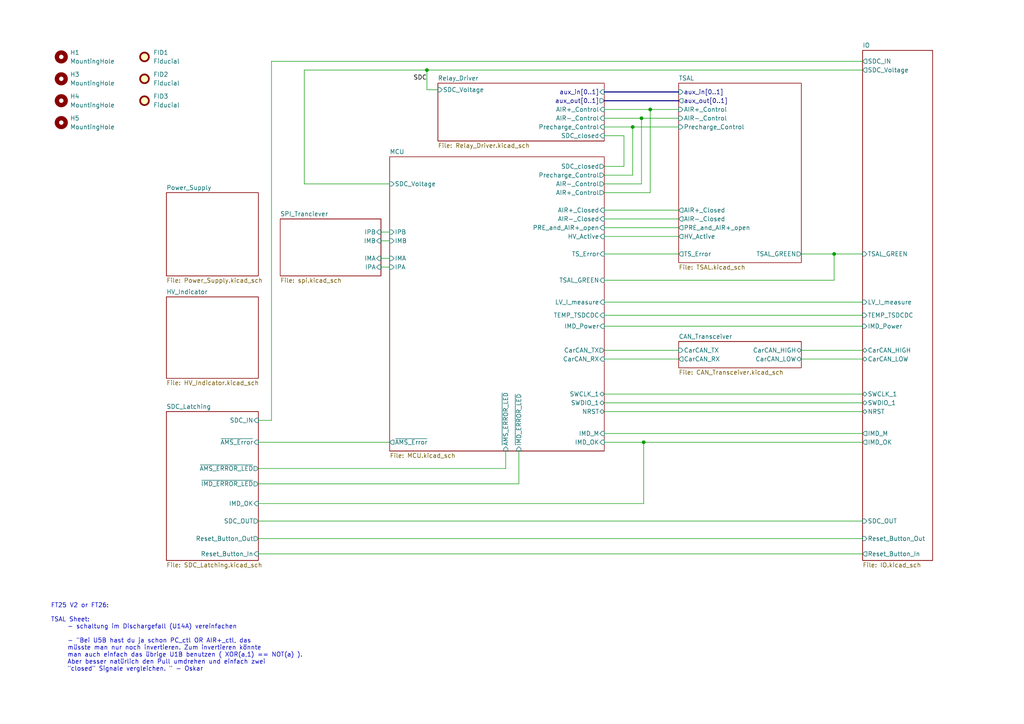
<source format=kicad_sch>
(kicad_sch
	(version 20231120)
	(generator "eeschema")
	(generator_version "8.0")
	(uuid "e63e39d7-6ac0-4ffd-8aa3-1841a4541b55")
	(paper "A4")
	(lib_symbols
		(symbol "Mechanical:Fiducial"
			(exclude_from_sim yes)
			(in_bom no)
			(on_board yes)
			(property "Reference" "FID"
				(at 0 5.08 0)
				(effects
					(font
						(size 1.27 1.27)
					)
				)
			)
			(property "Value" "Fiducial"
				(at 0 3.175 0)
				(effects
					(font
						(size 1.27 1.27)
					)
				)
			)
			(property "Footprint" ""
				(at 0 0 0)
				(effects
					(font
						(size 1.27 1.27)
					)
					(hide yes)
				)
			)
			(property "Datasheet" "~"
				(at 0 0 0)
				(effects
					(font
						(size 1.27 1.27)
					)
					(hide yes)
				)
			)
			(property "Description" "Fiducial Marker"
				(at 0 0 0)
				(effects
					(font
						(size 1.27 1.27)
					)
					(hide yes)
				)
			)
			(property "ki_keywords" "fiducial marker"
				(at 0 0 0)
				(effects
					(font
						(size 1.27 1.27)
					)
					(hide yes)
				)
			)
			(property "ki_fp_filters" "Fiducial*"
				(at 0 0 0)
				(effects
					(font
						(size 1.27 1.27)
					)
					(hide yes)
				)
			)
			(symbol "Fiducial_0_1"
				(circle
					(center 0 0)
					(radius 1.27)
					(stroke
						(width 0.508)
						(type default)
					)
					(fill
						(type background)
					)
				)
			)
		)
		(symbol "Mechanical:MountingHole"
			(pin_names
				(offset 1.016)
			)
			(exclude_from_sim yes)
			(in_bom no)
			(on_board yes)
			(property "Reference" "H"
				(at 0 5.08 0)
				(effects
					(font
						(size 1.27 1.27)
					)
				)
			)
			(property "Value" "MountingHole"
				(at 0 3.175 0)
				(effects
					(font
						(size 1.27 1.27)
					)
				)
			)
			(property "Footprint" ""
				(at 0 0 0)
				(effects
					(font
						(size 1.27 1.27)
					)
					(hide yes)
				)
			)
			(property "Datasheet" "~"
				(at 0 0 0)
				(effects
					(font
						(size 1.27 1.27)
					)
					(hide yes)
				)
			)
			(property "Description" "Mounting Hole without connection"
				(at 0 0 0)
				(effects
					(font
						(size 1.27 1.27)
					)
					(hide yes)
				)
			)
			(property "ki_keywords" "mounting hole"
				(at 0 0 0)
				(effects
					(font
						(size 1.27 1.27)
					)
					(hide yes)
				)
			)
			(property "ki_fp_filters" "MountingHole*"
				(at 0 0 0)
				(effects
					(font
						(size 1.27 1.27)
					)
					(hide yes)
				)
			)
			(symbol "MountingHole_0_1"
				(circle
					(center 0 0)
					(radius 1.27)
					(stroke
						(width 1.27)
						(type default)
					)
					(fill
						(type none)
					)
				)
			)
		)
	)
	(junction
		(at 241.935 73.66)
		(diameter 0)
		(color 0 0 0 0)
		(uuid "0a7f7cff-c29b-4cc6-9d26-e8a073329d15")
	)
	(junction
		(at 123.825 20.32)
		(diameter 0)
		(color 0 0 0 0)
		(uuid "408fafc3-a377-41a0-b7ba-93182cde2895")
	)
	(junction
		(at 186.69 128.27)
		(diameter 0)
		(color 0 0 0 0)
		(uuid "44793ef5-ff1a-4dd7-a42e-e257f8b8042e")
	)
	(junction
		(at 188.595 31.75)
		(diameter 0)
		(color 0 0 0 0)
		(uuid "4978de48-824e-4da0-ad6c-6a4aefa3ff9d")
	)
	(junction
		(at 183.515 36.83)
		(diameter 0)
		(color 0 0 0 0)
		(uuid "7c350bc1-d08e-421e-9df9-7d582d023d7d")
	)
	(junction
		(at 186.055 34.29)
		(diameter 0)
		(color 0 0 0 0)
		(uuid "a1e57cfd-14f7-4329-8eff-f9f55eb71a7d")
	)
	(wire
		(pts
			(xy 180.975 48.26) (xy 180.975 39.37)
		)
		(stroke
			(width 0)
			(type default)
		)
		(uuid "07f9dc8d-c0d0-4dc9-8401-f12e87290517")
	)
	(wire
		(pts
			(xy 188.595 55.88) (xy 188.595 31.75)
		)
		(stroke
			(width 0)
			(type default)
		)
		(uuid "161c37ee-859e-408a-bfc2-59491a96f951")
	)
	(wire
		(pts
			(xy 175.26 36.83) (xy 183.515 36.83)
		)
		(stroke
			(width 0)
			(type default)
		)
		(uuid "1860a00d-f6ff-4922-be20-059a8da73e09")
	)
	(wire
		(pts
			(xy 175.26 94.615) (xy 250.19 94.615)
		)
		(stroke
			(width 0)
			(type default)
		)
		(uuid "18e14012-8379-44ba-bc03-22592befc89a")
	)
	(wire
		(pts
			(xy 175.26 128.27) (xy 186.69 128.27)
		)
		(stroke
			(width 0)
			(type default)
		)
		(uuid "1b75a20a-67f1-4c22-93ad-86624ea64c65")
	)
	(wire
		(pts
			(xy 186.055 34.29) (xy 196.85 34.29)
		)
		(stroke
			(width 0)
			(type default)
		)
		(uuid "1db01ef0-e8ca-4592-b2d3-07fb736a1c26")
	)
	(wire
		(pts
			(xy 110.49 67.31) (xy 113.03 67.31)
		)
		(stroke
			(width 0)
			(type default)
		)
		(uuid "24f82c31-79c3-42d8-ae53-1dfc0417f292")
	)
	(wire
		(pts
			(xy 186.69 128.27) (xy 186.69 146.05)
		)
		(stroke
			(width 0)
			(type default)
		)
		(uuid "30e997bf-188f-4d9b-bd84-fbf9b303fdbc")
	)
	(bus
		(pts
			(xy 175.26 29.21) (xy 196.85 29.21)
		)
		(stroke
			(width 0)
			(type default)
		)
		(uuid "31ffb8c5-4965-42af-9ed5-2cde8d5c615d")
	)
	(wire
		(pts
			(xy 175.26 31.75) (xy 188.595 31.75)
		)
		(stroke
			(width 0)
			(type default)
		)
		(uuid "32c45256-301b-4d4b-9c80-908f3eaa6645")
	)
	(wire
		(pts
			(xy 78.74 17.78) (xy 250.19 17.78)
		)
		(stroke
			(width 0)
			(type default)
		)
		(uuid "39b04c6a-a164-49f1-abea-a3a32285d465")
	)
	(wire
		(pts
			(xy 175.26 81.28) (xy 241.935 81.28)
		)
		(stroke
			(width 0)
			(type default)
		)
		(uuid "3aeadea1-001e-4433-96d3-f973553a40ce")
	)
	(wire
		(pts
			(xy 88.265 53.34) (xy 113.03 53.34)
		)
		(stroke
			(width 0)
			(type default)
		)
		(uuid "43ff35e9-7cd8-4f62-aee2-70328842afeb")
	)
	(wire
		(pts
			(xy 74.93 156.21) (xy 250.19 156.21)
		)
		(stroke
			(width 0)
			(type default)
		)
		(uuid "4c72069e-2911-45fc-ac82-d63dbffe3b04")
	)
	(wire
		(pts
			(xy 183.515 36.83) (xy 183.515 50.8)
		)
		(stroke
			(width 0)
			(type default)
		)
		(uuid "4ec701c3-5b60-44fd-aa98-394de6f7caab")
	)
	(wire
		(pts
			(xy 188.595 31.75) (xy 196.85 31.75)
		)
		(stroke
			(width 0)
			(type default)
		)
		(uuid "51e28119-6df5-4157-ad5a-a917e8c3b6f3")
	)
	(wire
		(pts
			(xy 232.41 104.14) (xy 250.19 104.14)
		)
		(stroke
			(width 0)
			(type default)
		)
		(uuid "52f50848-80d1-428f-ab45-bb31bf0b1bf9")
	)
	(wire
		(pts
			(xy 110.49 77.47) (xy 113.03 77.47)
		)
		(stroke
			(width 0)
			(type default)
		)
		(uuid "54692d45-1676-44b5-883b-2bc41b0fdb8c")
	)
	(wire
		(pts
			(xy 74.93 140.335) (xy 150.495 140.335)
		)
		(stroke
			(width 0)
			(type default)
		)
		(uuid "56636031-e736-471a-aef1-0ac263156ba7")
	)
	(wire
		(pts
			(xy 175.26 73.66) (xy 196.85 73.66)
		)
		(stroke
			(width 0)
			(type default)
		)
		(uuid "59c97f32-e3dc-44cd-97bd-a21f9f2761ed")
	)
	(wire
		(pts
			(xy 175.26 50.8) (xy 183.515 50.8)
		)
		(stroke
			(width 0)
			(type default)
		)
		(uuid "619d8902-06d2-4923-bb65-cfa8d092be87")
	)
	(wire
		(pts
			(xy 74.93 128.27) (xy 113.03 128.27)
		)
		(stroke
			(width 0)
			(type default)
		)
		(uuid "6d2f0521-9da9-4af2-a499-d52735120f75")
	)
	(wire
		(pts
			(xy 110.49 69.85) (xy 113.03 69.85)
		)
		(stroke
			(width 0)
			(type default)
		)
		(uuid "6f739289-0d73-4828-8ed9-0bb5278b8b5b")
	)
	(wire
		(pts
			(xy 150.495 130.81) (xy 150.495 140.335)
		)
		(stroke
			(width 0)
			(type default)
		)
		(uuid "6f995fe1-0166-4ccb-ab08-e9ce4b1480ae")
	)
	(wire
		(pts
			(xy 175.26 114.3) (xy 250.19 114.3)
		)
		(stroke
			(width 0)
			(type default)
		)
		(uuid "72de219e-ea5c-4118-91e1-aa7450812977")
	)
	(wire
		(pts
			(xy 175.26 119.38) (xy 250.19 119.38)
		)
		(stroke
			(width 0)
			(type default)
		)
		(uuid "750042e4-ec72-4b72-a7a1-170d65b6a550")
	)
	(wire
		(pts
			(xy 74.93 121.92) (xy 78.74 121.92)
		)
		(stroke
			(width 0)
			(type default)
		)
		(uuid "78a24785-3b42-46fa-9caf-3fc007c85f2c")
	)
	(wire
		(pts
			(xy 241.935 73.66) (xy 250.19 73.66)
		)
		(stroke
			(width 0)
			(type default)
		)
		(uuid "79c4682b-6f04-465e-bf87-1364ab0de3e5")
	)
	(wire
		(pts
			(xy 241.935 73.66) (xy 241.935 81.28)
		)
		(stroke
			(width 0)
			(type default)
		)
		(uuid "7bf839f6-fe27-416f-b4fb-8b45d66e9c7a")
	)
	(wire
		(pts
			(xy 175.26 53.34) (xy 186.055 53.34)
		)
		(stroke
			(width 0)
			(type default)
		)
		(uuid "7eae9a3b-04d0-4025-90cb-4b284bd379ef")
	)
	(wire
		(pts
			(xy 123.825 26.035) (xy 127 26.035)
		)
		(stroke
			(width 0)
			(type default)
		)
		(uuid "7fe8261e-9374-4542-8746-31b48c970009")
	)
	(wire
		(pts
			(xy 88.265 20.32) (xy 88.265 53.34)
		)
		(stroke
			(width 0)
			(type default)
		)
		(uuid "86c8f75c-d22e-41f4-9b54-7366753afa46")
	)
	(wire
		(pts
			(xy 175.26 66.04) (xy 196.85 66.04)
		)
		(stroke
			(width 0)
			(type default)
		)
		(uuid "879ccb09-3504-4864-9c31-833d63a283d6")
	)
	(wire
		(pts
			(xy 175.26 34.29) (xy 186.055 34.29)
		)
		(stroke
			(width 0)
			(type default)
		)
		(uuid "8893e1cb-365b-4c9c-a85e-2244f030fd1e")
	)
	(wire
		(pts
			(xy 110.49 74.93) (xy 113.03 74.93)
		)
		(stroke
			(width 0)
			(type default)
		)
		(uuid "8b1d64f7-3258-49b4-92aa-93c8541190ba")
	)
	(wire
		(pts
			(xy 232.41 73.66) (xy 241.935 73.66)
		)
		(stroke
			(width 0)
			(type default)
		)
		(uuid "8f2e9e26-e3f1-440c-a826-c9d96000f0ea")
	)
	(wire
		(pts
			(xy 186.69 128.27) (xy 250.19 128.27)
		)
		(stroke
			(width 0)
			(type default)
		)
		(uuid "970ec349-aa6c-4058-9a8a-06f8b0ada789")
	)
	(wire
		(pts
			(xy 123.825 20.32) (xy 123.825 26.035)
		)
		(stroke
			(width 0)
			(type default)
		)
		(uuid "9eaca443-67c5-43d3-a2cb-8dc2134d743d")
	)
	(wire
		(pts
			(xy 175.26 87.63) (xy 250.19 87.63)
		)
		(stroke
			(width 0)
			(type default)
		)
		(uuid "a07ba9bc-6ee6-4356-918f-f47ec7cc369e")
	)
	(wire
		(pts
			(xy 74.93 160.655) (xy 250.19 160.655)
		)
		(stroke
			(width 0)
			(type default)
		)
		(uuid "a14d2587-5011-4932-895b-968b85fb9c29")
	)
	(wire
		(pts
			(xy 175.26 125.73) (xy 250.19 125.73)
		)
		(stroke
			(width 0)
			(type default)
		)
		(uuid "a268a543-1d94-4c7d-9e93-681aa6017876")
	)
	(wire
		(pts
			(xy 175.26 68.58) (xy 196.85 68.58)
		)
		(stroke
			(width 0)
			(type default)
		)
		(uuid "b509a92c-b91c-4e42-b9e3-f73c6491975d")
	)
	(wire
		(pts
			(xy 175.26 101.6) (xy 196.85 101.6)
		)
		(stroke
			(width 0)
			(type default)
		)
		(uuid "bbd9a530-d966-44db-b792-6b8364074399")
	)
	(wire
		(pts
			(xy 183.515 36.83) (xy 196.85 36.83)
		)
		(stroke
			(width 0)
			(type default)
		)
		(uuid "bd7c142b-1b4a-4e3e-891a-2fc7994c4031")
	)
	(wire
		(pts
			(xy 180.975 39.37) (xy 175.26 39.37)
		)
		(stroke
			(width 0)
			(type default)
		)
		(uuid "c4a85f6c-5ba7-40d8-af18-4a31720497a2")
	)
	(wire
		(pts
			(xy 175.26 116.84) (xy 250.19 116.84)
		)
		(stroke
			(width 0)
			(type default)
		)
		(uuid "c7fe1963-cd78-4101-8ef6-6dcc644a8e7d")
	)
	(wire
		(pts
			(xy 175.26 91.44) (xy 250.19 91.44)
		)
		(stroke
			(width 0)
			(type default)
		)
		(uuid "cca14e52-daa2-472f-b950-9a1276c72fee")
	)
	(bus
		(pts
			(xy 175.26 26.67) (xy 196.85 26.67)
		)
		(stroke
			(width 0)
			(type default)
		)
		(uuid "cea651cf-4b09-4040-866b-09f29baccde7")
	)
	(wire
		(pts
			(xy 74.93 151.13) (xy 250.19 151.13)
		)
		(stroke
			(width 0)
			(type default)
		)
		(uuid "d0c6c499-7a00-48b4-bd4b-891bbdb16994")
	)
	(wire
		(pts
			(xy 146.685 135.89) (xy 146.685 130.81)
		)
		(stroke
			(width 0)
			(type default)
		)
		(uuid "d316bfb3-2c73-4ff1-84e3-75c482cbfaa2")
	)
	(wire
		(pts
			(xy 175.26 104.14) (xy 196.85 104.14)
		)
		(stroke
			(width 0)
			(type default)
		)
		(uuid "d53b8b6f-dec9-4a34-9e59-6fc2f5bafc6c")
	)
	(wire
		(pts
			(xy 175.26 63.5) (xy 196.85 63.5)
		)
		(stroke
			(width 0)
			(type default)
		)
		(uuid "d88aee4c-fb2b-496d-98dc-785013c70a8c")
	)
	(wire
		(pts
			(xy 180.975 48.26) (xy 175.26 48.26)
		)
		(stroke
			(width 0)
			(type default)
		)
		(uuid "df7a4fb7-c0df-4747-a51c-5b6d57141fc8")
	)
	(wire
		(pts
			(xy 74.93 135.89) (xy 146.685 135.89)
		)
		(stroke
			(width 0)
			(type default)
		)
		(uuid "e0757bcb-e970-4f03-94f2-6301484ac229")
	)
	(wire
		(pts
			(xy 123.825 20.32) (xy 250.19 20.32)
		)
		(stroke
			(width 0)
			(type default)
		)
		(uuid "e4022d97-9262-4b9e-8880-03a4afd73d19")
	)
	(wire
		(pts
			(xy 74.93 146.05) (xy 186.69 146.05)
		)
		(stroke
			(width 0)
			(type default)
		)
		(uuid "ea203829-7c79-4d55-8c55-d3d8ecb641ef")
	)
	(wire
		(pts
			(xy 88.265 20.32) (xy 123.825 20.32)
		)
		(stroke
			(width 0)
			(type default)
		)
		(uuid "ec66eea5-ae96-4bf7-93db-2f86111f3986")
	)
	(wire
		(pts
			(xy 78.74 17.78) (xy 78.74 121.92)
		)
		(stroke
			(width 0)
			(type default)
		)
		(uuid "ef04e179-1035-430f-b8a3-37f6edb09c73")
	)
	(wire
		(pts
			(xy 232.41 101.6) (xy 250.19 101.6)
		)
		(stroke
			(width 0)
			(type default)
		)
		(uuid "f4eb62d3-6998-4510-806f-341547b3745d")
	)
	(wire
		(pts
			(xy 186.055 34.29) (xy 186.055 53.34)
		)
		(stroke
			(width 0)
			(type default)
		)
		(uuid "f883506b-40b7-4a33-8b08-87bb566721c7")
	)
	(wire
		(pts
			(xy 175.26 60.96) (xy 196.85 60.96)
		)
		(stroke
			(width 0)
			(type default)
		)
		(uuid "f9d34e50-92ea-47a4-8b48-a188792d1fba")
	)
	(wire
		(pts
			(xy 175.26 55.88) (xy 188.595 55.88)
		)
		(stroke
			(width 0)
			(type default)
		)
		(uuid "fa484b90-07b7-4a9e-9fea-6e2a33d9559c")
	)
	(text "FT25 V2 or FT26:\n\nTSAL Sheet:\n	- schaltung im Dischargefall (U14A) vereinfachen\n\n	- \"Bei U5B hast du ja schon PC_ctl OR AIR+_ctl, das \n	müsste man nur noch invertieren. Zum invertieren könnte \n	man auch einfach das übrige U1B benutzen ( XOR(a,1) == NOT(a) ). \n	Aber besser natürlich den Pull umdrehen und einfach zwei \n	\"closed\" Signale vergleichen. \" - Oskar\n"
		(exclude_from_sim no)
		(at 14.732 184.912 0)
		(effects
			(font
				(size 1.27 1.27)
			)
			(justify left)
		)
		(uuid "df97c53b-6249-4d51-9685-93861332380e")
	)
	(label "SDC"
		(at 123.825 23.495 180)
		(fields_autoplaced yes)
		(effects
			(font
				(size 1.27 1.27)
				(color 0 0 0 1)
			)
			(justify right bottom)
		)
		(uuid "5a0c03f1-96bf-4aa0-a982-95eb41ebc984")
		(property "Netclass" "Relay"
			(at 123.825 24.765 0)
			(effects
				(font
					(size 1.27 1.27)
					(bold yes)
					(italic yes)
				)
				(justify right)
				(hide yes)
			)
		)
	)
	(symbol
		(lib_id "Mechanical:MountingHole")
		(at 17.78 16.51 0)
		(unit 1)
		(exclude_from_sim yes)
		(in_bom no)
		(on_board yes)
		(dnp no)
		(fields_autoplaced yes)
		(uuid "0a967dcf-cf87-4b53-bafc-12025984e67b")
		(property "Reference" "H1"
			(at 20.32 15.2399 0)
			(effects
				(font
					(size 1.27 1.27)
				)
				(justify left)
			)
		)
		(property "Value" "MountingHole"
			(at 20.32 17.7799 0)
			(effects
				(font
					(size 1.27 1.27)
				)
				(justify left)
			)
		)
		(property "Footprint" "MountingHole:MountingHole_3.2mm_M3"
			(at 17.78 16.51 0)
			(effects
				(font
					(size 1.27 1.27)
				)
				(hide yes)
			)
		)
		(property "Datasheet" "~"
			(at 17.78 16.51 0)
			(effects
				(font
					(size 1.27 1.27)
				)
				(hide yes)
			)
		)
		(property "Description" "Mounting Hole without connection"
			(at 17.78 16.51 0)
			(effects
				(font
					(size 1.27 1.27)
				)
				(hide yes)
			)
		)
		(property "Sim.Device" ""
			(at 17.78 16.51 0)
			(effects
				(font
					(size 1.27 1.27)
				)
				(hide yes)
			)
		)
		(property "Sim.Pins" ""
			(at 17.78 16.51 0)
			(effects
				(font
					(size 1.27 1.27)
				)
				(hide yes)
			)
		)
		(property "Sim.Type" ""
			(at 17.78 16.51 0)
			(effects
				(font
					(size 1.27 1.27)
				)
				(hide yes)
			)
		)
		(instances
			(project "Master_FT25"
				(path "/e63e39d7-6ac0-4ffd-8aa3-1841a4541b55"
					(reference "H1")
					(unit 1)
				)
			)
		)
	)
	(symbol
		(lib_id "Mechanical:MountingHole")
		(at 17.78 35.56 0)
		(unit 1)
		(exclude_from_sim yes)
		(in_bom no)
		(on_board yes)
		(dnp no)
		(fields_autoplaced yes)
		(uuid "0b072f1d-7d2e-416a-a533-7e5d8d8d6b40")
		(property "Reference" "H5"
			(at 20.32 34.2899 0)
			(effects
				(font
					(size 1.27 1.27)
				)
				(justify left)
			)
		)
		(property "Value" "MountingHole"
			(at 20.32 36.8299 0)
			(effects
				(font
					(size 1.27 1.27)
				)
				(justify left)
			)
		)
		(property "Footprint" "MountingHole:MountingHole_3.2mm_M3"
			(at 17.78 35.56 0)
			(effects
				(font
					(size 1.27 1.27)
				)
				(hide yes)
			)
		)
		(property "Datasheet" "~"
			(at 17.78 35.56 0)
			(effects
				(font
					(size 1.27 1.27)
				)
				(hide yes)
			)
		)
		(property "Description" "Mounting Hole without connection"
			(at 17.78 35.56 0)
			(effects
				(font
					(size 1.27 1.27)
				)
				(hide yes)
			)
		)
		(property "Sim.Device" ""
			(at 17.78 35.56 0)
			(effects
				(font
					(size 1.27 1.27)
				)
				(hide yes)
			)
		)
		(property "Sim.Pins" ""
			(at 17.78 35.56 0)
			(effects
				(font
					(size 1.27 1.27)
				)
				(hide yes)
			)
		)
		(property "Sim.Type" ""
			(at 17.78 35.56 0)
			(effects
				(font
					(size 1.27 1.27)
				)
				(hide yes)
			)
		)
		(instances
			(project "Master_FT25"
				(path "/e63e39d7-6ac0-4ffd-8aa3-1841a4541b55"
					(reference "H5")
					(unit 1)
				)
			)
		)
	)
	(symbol
		(lib_id "Mechanical:Fiducial")
		(at 41.91 29.21 0)
		(unit 1)
		(exclude_from_sim yes)
		(in_bom no)
		(on_board yes)
		(dnp no)
		(fields_autoplaced yes)
		(uuid "20cdaa43-65c8-4542-a3d9-8381e50d7078")
		(property "Reference" "FID3"
			(at 44.45 27.9399 0)
			(effects
				(font
					(size 1.27 1.27)
				)
				(justify left)
			)
		)
		(property "Value" "Fiducial"
			(at 44.45 30.4799 0)
			(effects
				(font
					(size 1.27 1.27)
				)
				(justify left)
			)
		)
		(property "Footprint" "Fiducial:Fiducial_1mm_Mask2mm"
			(at 41.91 29.21 0)
			(effects
				(font
					(size 1.27 1.27)
				)
				(hide yes)
			)
		)
		(property "Datasheet" "~"
			(at 41.91 29.21 0)
			(effects
				(font
					(size 1.27 1.27)
				)
				(hide yes)
			)
		)
		(property "Description" "Fiducial Marker"
			(at 41.91 29.21 0)
			(effects
				(font
					(size 1.27 1.27)
				)
				(hide yes)
			)
		)
		(property "Sim.Device" ""
			(at 41.91 29.21 0)
			(effects
				(font
					(size 1.27 1.27)
				)
				(hide yes)
			)
		)
		(property "Sim.Pins" ""
			(at 41.91 29.21 0)
			(effects
				(font
					(size 1.27 1.27)
				)
				(hide yes)
			)
		)
		(property "Sim.Type" ""
			(at 41.91 29.21 0)
			(effects
				(font
					(size 1.27 1.27)
				)
				(hide yes)
			)
		)
		(instances
			(project "Master_FT25"
				(path "/e63e39d7-6ac0-4ffd-8aa3-1841a4541b55"
					(reference "FID3")
					(unit 1)
				)
			)
		)
	)
	(symbol
		(lib_id "Mechanical:Fiducial")
		(at 41.91 16.51 0)
		(unit 1)
		(exclude_from_sim yes)
		(in_bom no)
		(on_board yes)
		(dnp no)
		(fields_autoplaced yes)
		(uuid "45741e40-abdc-4d50-b317-939a5201ace5")
		(property "Reference" "FID1"
			(at 44.45 15.2399 0)
			(effects
				(font
					(size 1.27 1.27)
				)
				(justify left)
			)
		)
		(property "Value" "Fiducial"
			(at 44.45 17.7799 0)
			(effects
				(font
					(size 1.27 1.27)
				)
				(justify left)
			)
		)
		(property "Footprint" "Fiducial:Fiducial_1mm_Mask2mm"
			(at 41.91 16.51 0)
			(effects
				(font
					(size 1.27 1.27)
				)
				(hide yes)
			)
		)
		(property "Datasheet" "~"
			(at 41.91 16.51 0)
			(effects
				(font
					(size 1.27 1.27)
				)
				(hide yes)
			)
		)
		(property "Description" "Fiducial Marker"
			(at 41.91 16.51 0)
			(effects
				(font
					(size 1.27 1.27)
				)
				(hide yes)
			)
		)
		(property "Sim.Device" ""
			(at 41.91 16.51 0)
			(effects
				(font
					(size 1.27 1.27)
				)
				(hide yes)
			)
		)
		(property "Sim.Pins" ""
			(at 41.91 16.51 0)
			(effects
				(font
					(size 1.27 1.27)
				)
				(hide yes)
			)
		)
		(property "Sim.Type" ""
			(at 41.91 16.51 0)
			(effects
				(font
					(size 1.27 1.27)
				)
				(hide yes)
			)
		)
		(instances
			(project "Master_FT25"
				(path "/e63e39d7-6ac0-4ffd-8aa3-1841a4541b55"
					(reference "FID1")
					(unit 1)
				)
			)
		)
	)
	(symbol
		(lib_id "Mechanical:MountingHole")
		(at 17.78 29.21 0)
		(unit 1)
		(exclude_from_sim yes)
		(in_bom no)
		(on_board yes)
		(dnp no)
		(fields_autoplaced yes)
		(uuid "6301e002-599c-4024-b369-a435c3498b7e")
		(property "Reference" "H4"
			(at 20.32 27.9399 0)
			(effects
				(font
					(size 1.27 1.27)
				)
				(justify left)
			)
		)
		(property "Value" "MountingHole"
			(at 20.32 30.4799 0)
			(effects
				(font
					(size 1.27 1.27)
				)
				(justify left)
			)
		)
		(property "Footprint" "MountingHole:MountingHole_3.2mm_M3"
			(at 17.78 29.21 0)
			(effects
				(font
					(size 1.27 1.27)
				)
				(hide yes)
			)
		)
		(property "Datasheet" "~"
			(at 17.78 29.21 0)
			(effects
				(font
					(size 1.27 1.27)
				)
				(hide yes)
			)
		)
		(property "Description" "Mounting Hole without connection"
			(at 17.78 29.21 0)
			(effects
				(font
					(size 1.27 1.27)
				)
				(hide yes)
			)
		)
		(property "Sim.Device" ""
			(at 17.78 29.21 0)
			(effects
				(font
					(size 1.27 1.27)
				)
				(hide yes)
			)
		)
		(property "Sim.Pins" ""
			(at 17.78 29.21 0)
			(effects
				(font
					(size 1.27 1.27)
				)
				(hide yes)
			)
		)
		(property "Sim.Type" ""
			(at 17.78 29.21 0)
			(effects
				(font
					(size 1.27 1.27)
				)
				(hide yes)
			)
		)
		(instances
			(project "Master_FT25"
				(path "/e63e39d7-6ac0-4ffd-8aa3-1841a4541b55"
					(reference "H4")
					(unit 1)
				)
			)
		)
	)
	(symbol
		(lib_id "Mechanical:Fiducial")
		(at 41.91 22.86 0)
		(unit 1)
		(exclude_from_sim yes)
		(in_bom no)
		(on_board yes)
		(dnp no)
		(fields_autoplaced yes)
		(uuid "b3151b57-7e28-4545-b8a5-8cfdf967461d")
		(property "Reference" "FID2"
			(at 44.45 21.5899 0)
			(effects
				(font
					(size 1.27 1.27)
				)
				(justify left)
			)
		)
		(property "Value" "Fiducial"
			(at 44.45 24.1299 0)
			(effects
				(font
					(size 1.27 1.27)
				)
				(justify left)
			)
		)
		(property "Footprint" "Fiducial:Fiducial_1mm_Mask2mm"
			(at 41.91 22.86 0)
			(effects
				(font
					(size 1.27 1.27)
				)
				(hide yes)
			)
		)
		(property "Datasheet" "~"
			(at 41.91 22.86 0)
			(effects
				(font
					(size 1.27 1.27)
				)
				(hide yes)
			)
		)
		(property "Description" "Fiducial Marker"
			(at 41.91 22.86 0)
			(effects
				(font
					(size 1.27 1.27)
				)
				(hide yes)
			)
		)
		(property "Sim.Device" ""
			(at 41.91 22.86 0)
			(effects
				(font
					(size 1.27 1.27)
				)
				(hide yes)
			)
		)
		(property "Sim.Pins" ""
			(at 41.91 22.86 0)
			(effects
				(font
					(size 1.27 1.27)
				)
				(hide yes)
			)
		)
		(property "Sim.Type" ""
			(at 41.91 22.86 0)
			(effects
				(font
					(size 1.27 1.27)
				)
				(hide yes)
			)
		)
		(instances
			(project "Master_FT25"
				(path "/e63e39d7-6ac0-4ffd-8aa3-1841a4541b55"
					(reference "FID2")
					(unit 1)
				)
			)
		)
	)
	(symbol
		(lib_id "Mechanical:MountingHole")
		(at 17.78 22.86 0)
		(unit 1)
		(exclude_from_sim yes)
		(in_bom no)
		(on_board yes)
		(dnp no)
		(fields_autoplaced yes)
		(uuid "d1527598-7f4d-46c2-9d81-1aa748b9fa8d")
		(property "Reference" "H3"
			(at 20.32 21.5899 0)
			(effects
				(font
					(size 1.27 1.27)
				)
				(justify left)
			)
		)
		(property "Value" "MountingHole"
			(at 20.32 24.1299 0)
			(effects
				(font
					(size 1.27 1.27)
				)
				(justify left)
			)
		)
		(property "Footprint" "MountingHole:MountingHole_3.2mm_M3"
			(at 17.78 22.86 0)
			(effects
				(font
					(size 1.27 1.27)
				)
				(hide yes)
			)
		)
		(property "Datasheet" "~"
			(at 17.78 22.86 0)
			(effects
				(font
					(size 1.27 1.27)
				)
				(hide yes)
			)
		)
		(property "Description" "Mounting Hole without connection"
			(at 17.78 22.86 0)
			(effects
				(font
					(size 1.27 1.27)
				)
				(hide yes)
			)
		)
		(property "Sim.Device" ""
			(at 17.78 22.86 0)
			(effects
				(font
					(size 1.27 1.27)
				)
				(hide yes)
			)
		)
		(property "Sim.Pins" ""
			(at 17.78 22.86 0)
			(effects
				(font
					(size 1.27 1.27)
				)
				(hide yes)
			)
		)
		(property "Sim.Type" ""
			(at 17.78 22.86 0)
			(effects
				(font
					(size 1.27 1.27)
				)
				(hide yes)
			)
		)
		(instances
			(project "Master_FT25"
				(path "/e63e39d7-6ac0-4ffd-8aa3-1841a4541b55"
					(reference "H3")
					(unit 1)
				)
			)
		)
	)
	(sheet
		(at 48.26 119.38)
		(size 26.67 43.18)
		(fields_autoplaced yes)
		(stroke
			(width 0.1524)
			(type solid)
		)
		(fill
			(color 0 0 0 0.0000)
		)
		(uuid "1faf3ef0-baac-46e1-a293-a43d671ef048")
		(property "Sheetname" "SDC_Latching"
			(at 48.26 118.6684 0)
			(effects
				(font
					(size 1.27 1.27)
				)
				(justify left bottom)
			)
		)
		(property "Sheetfile" "SDC_Latching.kicad_sch"
			(at 48.26 163.1446 0)
			(effects
				(font
					(size 1.27 1.27)
				)
				(justify left top)
			)
		)
		(pin "Reset_Button_In" input
			(at 74.93 160.655 0)
			(effects
				(font
					(size 1.27 1.27)
				)
				(justify right)
			)
			(uuid "d29d350b-902b-4201-b78d-3987c1d43101")
		)
		(pin "Reset_Button_Out" output
			(at 74.93 156.21 0)
			(effects
				(font
					(size 1.27 1.27)
				)
				(justify right)
			)
			(uuid "b3467c47-149f-4dd6-96a3-1425c5e65cd6")
		)
		(pin "SDC_OUT" output
			(at 74.93 151.13 0)
			(effects
				(font
					(size 1.27 1.27)
				)
				(justify right)
			)
			(uuid "04195bc4-f957-489b-8e05-747e1a2601f4")
		)
		(pin "SDC_IN" input
			(at 74.93 121.92 0)
			(effects
				(font
					(size 1.27 1.27)
				)
				(justify right)
			)
			(uuid "92e1de3b-0808-4574-9811-f75c22fccddf")
		)
		(pin "~{AMS_Error}" input
			(at 74.93 128.27 0)
			(effects
				(font
					(size 1.27 1.27)
				)
				(justify right)
			)
			(uuid "d4f4818d-c3c7-4eeb-9c52-aad858d58f30")
		)
		(pin "IMD_OK" input
			(at 74.93 146.05 0)
			(effects
				(font
					(size 1.27 1.27)
				)
				(justify right)
			)
			(uuid "44e26c19-37fa-4e80-adb7-6f8f90521f09")
		)
		(pin "~{AMS_ERROR_LED}" output
			(at 74.93 135.89 0)
			(effects
				(font
					(size 1.27 1.27)
				)
				(justify right)
			)
			(uuid "db873ff3-3fa6-46f9-acf2-1776292c3326")
		)
		(pin "~{IMD_ERROR_LED}" output
			(at 74.93 140.335 0)
			(effects
				(font
					(size 1.27 1.27)
				)
				(justify right)
			)
			(uuid "1e0ea0b3-c0a4-42d3-b88d-ab6314267023")
		)
		(instances
			(project "Master_FT25"
				(path "/e63e39d7-6ac0-4ffd-8aa3-1841a4541b55"
					(page "10")
				)
			)
		)
	)
	(sheet
		(at 48.26 55.88)
		(size 26.67 24.13)
		(fields_autoplaced yes)
		(stroke
			(width 0.1524)
			(type solid)
		)
		(fill
			(color 0 0 0 0.0000)
		)
		(uuid "22dc17c4-8352-43f2-bb65-d704323b2333")
		(property "Sheetname" "Power_Supply"
			(at 48.26 55.1684 0)
			(effects
				(font
					(size 1.27 1.27)
				)
				(justify left bottom)
			)
		)
		(property "Sheetfile" "Power_Supply.kicad_sch"
			(at 48.26 80.5946 0)
			(effects
				(font
					(size 1.27 1.27)
				)
				(justify left top)
			)
		)
		(instances
			(project "Master_FT25"
				(path "/e63e39d7-6ac0-4ffd-8aa3-1841a4541b55"
					(page "8")
				)
			)
		)
	)
	(sheet
		(at 196.85 24.13)
		(size 35.56 52.07)
		(fields_autoplaced yes)
		(stroke
			(width 0.1524)
			(type solid)
		)
		(fill
			(color 0 0 0 0.0000)
		)
		(uuid "5ce1aa0c-f98f-4b94-80bd-f188cf4c57de")
		(property "Sheetname" "TSAL"
			(at 196.85 23.4184 0)
			(effects
				(font
					(size 1.27 1.27)
				)
				(justify left bottom)
			)
		)
		(property "Sheetfile" "TSAL.kicad_sch"
			(at 196.85 76.7846 0)
			(effects
				(font
					(size 1.27 1.27)
				)
				(justify left top)
			)
		)
		(pin "AIR-_Closed" output
			(at 196.85 63.5 180)
			(effects
				(font
					(size 1.27 1.27)
				)
				(justify left)
			)
			(uuid "7f4f978d-1e5d-4a43-b1bf-c4fa7649bd7e")
		)
		(pin "AIR-_Control" input
			(at 196.85 34.29 180)
			(effects
				(font
					(size 1.27 1.27)
				)
				(justify left)
			)
			(uuid "14206ec6-7d56-4612-a521-5201573867ec")
		)
		(pin "AIR+_Control" input
			(at 196.85 31.75 180)
			(effects
				(font
					(size 1.27 1.27)
				)
				(justify left)
			)
			(uuid "97639659-6003-4e23-b4ab-f30326d3a9e4")
		)
		(pin "AIR+_Closed" output
			(at 196.85 60.96 180)
			(effects
				(font
					(size 1.27 1.27)
				)
				(justify left)
			)
			(uuid "6395d9db-d4bc-4c2e-9617-d5b2bf2defa3")
		)
		(pin "HV_Active" output
			(at 196.85 68.58 180)
			(effects
				(font
					(size 1.27 1.27)
				)
				(justify left)
			)
			(uuid "9bc0c846-6b29-4e4d-a0d2-1bffadd4b174")
		)
		(pin "TS_Error" output
			(at 196.85 73.66 180)
			(effects
				(font
					(size 1.27 1.27)
				)
				(justify left)
			)
			(uuid "2448d2bd-f095-4512-bdbb-8c68f77aacaa")
		)
		(pin "Precharge_Control" input
			(at 196.85 36.83 180)
			(effects
				(font
					(size 1.27 1.27)
				)
				(justify left)
			)
			(uuid "1df4d53f-ddfd-42ee-ba3c-fb3c93ade126")
		)
		(pin "TSAL_GREEN" output
			(at 232.41 73.66 0)
			(effects
				(font
					(size 1.27 1.27)
				)
				(justify right)
			)
			(uuid "a160ed03-0ccc-4e23-a6c8-c4e67a7fba77")
		)
		(pin "aux_out[0..1]" output
			(at 196.85 29.21 180)
			(effects
				(font
					(size 1.27 1.27)
				)
				(justify left)
			)
			(uuid "3a27ae30-de5a-46bd-a378-0d864f446364")
		)
		(pin "aux_in[0..1]" input
			(at 196.85 26.67 180)
			(effects
				(font
					(size 1.27 1.27)
				)
				(justify left)
			)
			(uuid "40a61cef-d24c-4c64-82db-a7cffd21fb17")
		)
		(pin "PRE_and_AIR+_open" output
			(at 196.85 66.04 180)
			(effects
				(font
					(size 1.27 1.27)
				)
				(justify left)
			)
			(uuid "3881df44-0ad9-4779-9b3c-5b5d8df91d4f")
		)
		(instances
			(project "Master_FT25"
				(path "/e63e39d7-6ac0-4ffd-8aa3-1841a4541b55"
					(page "2")
				)
			)
		)
	)
	(sheet
		(at 48.26 86.106)
		(size 26.67 23.622)
		(fields_autoplaced yes)
		(stroke
			(width 0.1524)
			(type solid)
		)
		(fill
			(color 0 0 0 0.0000)
		)
		(uuid "79aa61b0-3913-4dd5-85ac-a55bcc701429")
		(property "Sheetname" "HV_Indicator"
			(at 48.26 85.3944 0)
			(effects
				(font
					(size 1.27 1.27)
				)
				(justify left bottom)
			)
		)
		(property "Sheetfile" "HV_Indicator.kicad_sch"
			(at 48.26 110.3126 0)
			(effects
				(font
					(size 1.27 1.27)
				)
				(justify left top)
			)
		)
		(instances
			(project "Master_FT25"
				(path "/e63e39d7-6ac0-4ffd-8aa3-1841a4541b55"
					(page "11")
				)
			)
		)
	)
	(sheet
		(at 81.28 63.5)
		(size 29.21 16.51)
		(fields_autoplaced yes)
		(stroke
			(width 0.1524)
			(type solid)
		)
		(fill
			(color 0 0 0 0.0000)
		)
		(uuid "7ea6d794-d6f7-459d-b00f-ed5a8a0446d9")
		(property "Sheetname" "SPI_Tranciever"
			(at 81.28 62.7884 0)
			(effects
				(font
					(size 1.27 1.27)
				)
				(justify left bottom)
			)
		)
		(property "Sheetfile" "spi.kicad_sch"
			(at 81.28 80.5946 0)
			(effects
				(font
					(size 1.27 1.27)
				)
				(justify left top)
			)
		)
		(pin "IPB" input
			(at 110.49 67.31 0)
			(effects
				(font
					(size 1.27 1.27)
				)
				(justify right)
			)
			(uuid "12d18ded-a9ec-4a47-a265-cb4b48bd9928")
		)
		(pin "IMB" input
			(at 110.49 69.85 0)
			(effects
				(font
					(size 1.27 1.27)
				)
				(justify right)
			)
			(uuid "4f5cbb16-21f4-4acb-beed-5735b597fc51")
		)
		(pin "IMA" input
			(at 110.49 74.93 0)
			(effects
				(font
					(size 1.27 1.27)
				)
				(justify right)
			)
			(uuid "fd58e044-12b4-4992-9f63-d59e347d92a5")
		)
		(pin "IPA" input
			(at 110.49 77.47 0)
			(effects
				(font
					(size 1.27 1.27)
				)
				(justify right)
			)
			(uuid "212208da-4d93-4618-932d-5d0895edf826")
		)
		(instances
			(project "Master_FT25"
				(path "/e63e39d7-6ac0-4ffd-8aa3-1841a4541b55"
					(page "15")
				)
			)
		)
	)
	(sheet
		(at 127 24.13)
		(size 48.26 16.764)
		(fields_autoplaced yes)
		(stroke
			(width 0.1524)
			(type solid)
		)
		(fill
			(color 0 0 0 0.0000)
		)
		(uuid "95b8e8bb-175b-4c26-b28f-f18dafbb4793")
		(property "Sheetname" "Relay_Driver"
			(at 127 23.4184 0)
			(effects
				(font
					(size 1.27 1.27)
				)
				(justify left bottom)
			)
		)
		(property "Sheetfile" "Relay_Driver.kicad_sch"
			(at 127 41.4786 0)
			(effects
				(font
					(size 1.27 1.27)
				)
				(justify left top)
			)
		)
		(pin "AIR-_Control" input
			(at 175.26 34.29 0)
			(effects
				(font
					(size 1.27 1.27)
				)
				(justify right)
			)
			(uuid "7edf1e41-024c-4116-abe5-cfef0d5a0efc")
		)
		(pin "AIR+_Control" input
			(at 175.26 31.75 0)
			(effects
				(font
					(size 1.27 1.27)
				)
				(justify right)
			)
			(uuid "6e3f7547-4f06-4521-bf16-8b7f213f0b60")
		)
		(pin "Precharge_Control" input
			(at 175.26 36.83 0)
			(effects
				(font
					(size 1.27 1.27)
				)
				(justify right)
			)
			(uuid "64c41c50-b9c1-41ea-996a-a9c20799ff11")
		)
		(pin "SDC_Voltage" input
			(at 127 26.035 180)
			(effects
				(font
					(size 1.27 1.27)
				)
				(justify left)
			)
			(uuid "4d634957-f32f-40f3-8540-70e44430ba5a")
		)
		(pin "SDC_closed" input
			(at 175.26 39.37 0)
			(effects
				(font
					(size 1.27 1.27)
				)
				(justify right)
			)
			(uuid "4c65f1ce-a9bc-4c5f-8403-bedb975d8eb2")
		)
		(pin "aux_in[0..1]" input
			(at 175.26 26.67 0)
			(effects
				(font
					(size 1.27 1.27)
				)
				(justify right)
			)
			(uuid "a0072623-1ad2-4c3d-b0d5-098bfbb311da")
		)
		(pin "aux_out[0..1]" output
			(at 175.26 29.21 0)
			(effects
				(font
					(size 1.27 1.27)
				)
				(justify right)
			)
			(uuid "0fc7ea67-b071-4358-a645-c58a41afe997")
		)
		(instances
			(project "Master_FT25"
				(path "/e63e39d7-6ac0-4ffd-8aa3-1841a4541b55"
					(page "9")
				)
			)
		)
	)
	(sheet
		(at 113.03 45.466)
		(size 62.23 85.344)
		(fields_autoplaced yes)
		(stroke
			(width 0.1524)
			(type solid)
		)
		(fill
			(color 0 0 0 0.0000)
		)
		(uuid "9b70877c-37a9-427a-bda0-c62874ddc559")
		(property "Sheetname" "MCU"
			(at 113.03 44.7544 0)
			(effects
				(font
					(size 1.27 1.27)
				)
				(justify left bottom)
			)
		)
		(property "Sheetfile" "MCU.kicad_sch"
			(at 113.03 131.3946 0)
			(effects
				(font
					(size 1.27 1.27)
				)
				(justify left top)
			)
		)
		(pin "CarCAN_TX" output
			(at 175.26 101.6 0)
			(effects
				(font
					(size 1.27 1.27)
				)
				(justify right)
			)
			(uuid "f47ef6c8-b550-4302-a5a7-6ab5a6184e74")
		)
		(pin "SWCLK_1" bidirectional
			(at 175.26 114.3 0)
			(effects
				(font
					(size 1.27 1.27)
				)
				(justify right)
			)
			(uuid "605a061b-4108-46bb-8fff-97cfb674055b")
		)
		(pin "SWDIO_1" bidirectional
			(at 175.26 116.84 0)
			(effects
				(font
					(size 1.27 1.27)
				)
				(justify right)
			)
			(uuid "92a776b3-e16c-4951-958d-ef2fb53709a9")
		)
		(pin "CarCAN_RX" input
			(at 175.26 104.14 0)
			(effects
				(font
					(size 1.27 1.27)
				)
				(justify right)
			)
			(uuid "04553aed-dc09-4ba7-a9b1-ab4eaf95146d")
		)
		(pin "AIR+_Control" output
			(at 175.26 55.88 0)
			(effects
				(font
					(size 1.27 1.27)
				)
				(justify right)
			)
			(uuid "2269f88f-a85c-4266-ac04-95bf13eb0efd")
		)
		(pin "AIR-_Control" output
			(at 175.26 53.34 0)
			(effects
				(font
					(size 1.27 1.27)
				)
				(justify right)
			)
			(uuid "d79f89ef-7e64-42d3-9138-46893922b4a9")
		)
		(pin "HV_Active" input
			(at 175.26 68.58 0)
			(effects
				(font
					(size 1.27 1.27)
				)
				(justify right)
			)
			(uuid "c20f76e0-182a-4af7-a081-ae1f520a5b95")
		)
		(pin "AIR+_Closed" input
			(at 175.26 60.96 0)
			(effects
				(font
					(size 1.27 1.27)
				)
				(justify right)
			)
			(uuid "125a1f4f-2acf-4cea-9a03-25b35d16fb96")
		)
		(pin "AIR-_Closed" input
			(at 175.26 63.5 0)
			(effects
				(font
					(size 1.27 1.27)
				)
				(justify right)
			)
			(uuid "fbfd2a87-a250-44fd-96a7-e8079404fc85")
		)
		(pin "SDC_Voltage" input
			(at 113.03 53.34 180)
			(effects
				(font
					(size 1.27 1.27)
				)
				(justify left)
			)
			(uuid "3329bc08-3485-4d06-b547-eed9d73de875")
		)
		(pin "IMD_OK" input
			(at 175.26 128.27 0)
			(effects
				(font
					(size 1.27 1.27)
				)
				(justify right)
			)
			(uuid "2f1fce94-ecdd-445f-a70b-53aa628f7126")
		)
		(pin "TS_Error" input
			(at 175.26 73.66 0)
			(effects
				(font
					(size 1.27 1.27)
				)
				(justify right)
			)
			(uuid "e3623c8f-21c5-4339-8297-19f16439a3f4")
		)
		(pin "IMD_M" input
			(at 175.26 125.73 0)
			(effects
				(font
					(size 1.27 1.27)
				)
				(justify right)
			)
			(uuid "8bae7699-4069-414c-8d5a-73d7082e11e5")
		)
		(pin "Precharge_Control" output
			(at 175.26 50.8 0)
			(effects
				(font
					(size 1.27 1.27)
				)
				(justify right)
			)
			(uuid "cdca4c58-1262-4bde-80f4-02b467f8aafe")
		)
		(pin "~{AMS_Error}" output
			(at 113.03 128.27 180)
			(effects
				(font
					(size 1.27 1.27)
				)
				(justify left)
			)
			(uuid "65e84e94-ce74-43d6-a40c-f2a3cd2a6ac8")
		)
		(pin "IMB" input
			(at 113.03 69.85 180)
			(effects
				(font
					(size 1.27 1.27)
				)
				(justify left)
			)
			(uuid "9695f347-9a45-415a-a0c0-c9817bf10ea3")
		)
		(pin "IMA" input
			(at 113.03 74.93 180)
			(effects
				(font
					(size 1.27 1.27)
				)
				(justify left)
			)
			(uuid "a62c6dcb-8b7d-4a24-adec-3aba3d84e6ab")
		)
		(pin "IPA" input
			(at 113.03 77.47 180)
			(effects
				(font
					(size 1.27 1.27)
				)
				(justify left)
			)
			(uuid "409a6711-a53b-4ad0-a904-98393d158eed")
		)
		(pin "IPB" input
			(at 113.03 67.31 180)
			(effects
				(font
					(size 1.27 1.27)
				)
				(justify left)
			)
			(uuid "a0783acc-e661-4dd4-bb10-3985abf0e608")
		)
		(pin "~{IMD_ERROR_LED}" input
			(at 150.495 130.81 270)
			(effects
				(font
					(size 1.27 1.27)
				)
				(justify left)
			)
			(uuid "3c6c52fa-82f4-40f6-8656-08db2fe24843")
		)
		(pin "~{AMS_ERROR_LED}" input
			(at 146.685 130.81 270)
			(effects
				(font
					(size 1.27 1.27)
				)
				(justify left)
			)
			(uuid "98921bb8-c18c-427f-8b3d-3fbc3b24206d")
		)
		(pin "TSAL_GREEN" input
			(at 175.26 81.28 0)
			(effects
				(font
					(size 1.27 1.27)
				)
				(justify right)
			)
			(uuid "c8c1c101-9fca-4c91-b1ff-0ae7a322ed0e")
		)
		(pin "IMD_Power" input
			(at 175.26 94.615 0)
			(effects
				(font
					(size 1.27 1.27)
				)
				(justify right)
			)
			(uuid "b5f88973-9cf9-48af-a376-4344bfa40928")
		)
		(pin "NRST" bidirectional
			(at 175.26 119.38 0)
			(effects
				(font
					(size 1.27 1.27)
				)
				(justify right)
			)
			(uuid "e05a939d-5d9f-44c5-82f0-715cf4d59192")
		)
		(pin "TEMP_TSDCDC" input
			(at 175.26 91.44 0)
			(effects
				(font
					(size 1.27 1.27)
				)
				(justify right)
			)
			(uuid "bad1f67e-a092-4c65-b87d-da69f8343546")
		)
		(pin "LV_I_measure" input
			(at 175.26 87.63 0)
			(effects
				(font
					(size 1.27 1.27)
				)
				(justify right)
			)
			(uuid "df232280-6528-402f-ac89-b7daf1a541da")
		)
		(pin "SDC_closed" output
			(at 175.26 48.26 0)
			(effects
				(font
					(size 1.27 1.27)
				)
				(justify right)
			)
			(uuid "4a5bc6b5-50fc-478c-97e0-cca7410217ca")
		)
		(pin "PRE_and_AIR+_open" input
			(at 175.26 66.04 0)
			(effects
				(font
					(size 1.27 1.27)
				)
				(justify right)
			)
			(uuid "64b9c48d-f521-44f7-8b4e-d08792e037db")
		)
		(instances
			(project "Master_FT25"
				(path "/e63e39d7-6ac0-4ffd-8aa3-1841a4541b55"
					(page "7")
				)
			)
		)
	)
	(sheet
		(at 196.85 99.06)
		(size 35.56 7.62)
		(fields_autoplaced yes)
		(stroke
			(width 0.1524)
			(type solid)
		)
		(fill
			(color 0 0 0 0.0000)
		)
		(uuid "c358f375-f19f-4341-b85b-3ee34c210f74")
		(property "Sheetname" "CAN_Transceiver"
			(at 196.85 98.3484 0)
			(effects
				(font
					(size 1.27 1.27)
				)
				(justify left bottom)
			)
		)
		(property "Sheetfile" "CAN_Transceiver.kicad_sch"
			(at 196.85 107.2646 0)
			(effects
				(font
					(size 1.27 1.27)
				)
				(justify left top)
			)
		)
		(pin "CarCAN_HIGH" bidirectional
			(at 232.41 101.6 0)
			(effects
				(font
					(size 1.27 1.27)
				)
				(justify right)
			)
			(uuid "fa65e9f0-a816-4cfb-b357-ecef57b3b82d")
		)
		(pin "CarCAN_LOW" bidirectional
			(at 232.41 104.14 0)
			(effects
				(font
					(size 1.27 1.27)
				)
				(justify right)
			)
			(uuid "934324c6-b02c-4f3e-ac08-05f9d8568f0c")
		)
		(pin "CarCAN_RX" output
			(at 196.85 104.14 180)
			(effects
				(font
					(size 1.27 1.27)
				)
				(justify left)
			)
			(uuid "31629ba9-9ca0-47ad-8673-f9b3b28a9e35")
		)
		(pin "CarCAN_TX" input
			(at 196.85 101.6 180)
			(effects
				(font
					(size 1.27 1.27)
				)
				(justify left)
			)
			(uuid "8d8c23ec-d24d-4183-b1f7-cf9ad53f8460")
		)
		(instances
			(project "Master_FT25"
				(path "/e63e39d7-6ac0-4ffd-8aa3-1841a4541b55"
					(page "9")
				)
			)
		)
	)
	(sheet
		(at 250.19 14.605)
		(size 20.32 147.955)
		(fields_autoplaced yes)
		(stroke
			(width 0.1524)
			(type solid)
		)
		(fill
			(color 0 0 0 0.0000)
		)
		(uuid "e59bef98-744e-4b2e-ac94-b25961b27b6b")
		(property "Sheetname" "IO"
			(at 250.19 13.8934 0)
			(effects
				(font
					(size 1.27 1.27)
				)
				(justify left bottom)
			)
		)
		(property "Sheetfile" "IO.kicad_sch"
			(at 250.19 163.1446 0)
			(effects
				(font
					(size 1.27 1.27)
				)
				(justify left top)
			)
		)
		(pin "IMD_OK" output
			(at 250.19 128.27 180)
			(effects
				(font
					(size 1.27 1.27)
				)
				(justify left)
			)
			(uuid "73a53e5f-47d4-429e-b637-fe2428dc243a")
		)
		(pin "CarCAN_HIGH" bidirectional
			(at 250.19 101.6 180)
			(effects
				(font
					(size 1.27 1.27)
				)
				(justify left)
			)
			(uuid "cfd54fc9-5d46-422b-b49a-82ec9ef3d301")
		)
		(pin "CarCAN_LOW" bidirectional
			(at 250.19 104.14 180)
			(effects
				(font
					(size 1.27 1.27)
				)
				(justify left)
			)
			(uuid "4908e932-225b-41df-985d-1241673c0a49")
		)
		(pin "SDC_OUT" input
			(at 250.19 151.13 180)
			(effects
				(font
					(size 1.27 1.27)
				)
				(justify left)
			)
			(uuid "34508969-254e-4438-9b33-7cb21198ee8f")
		)
		(pin "SDC_IN" output
			(at 250.19 17.78 180)
			(effects
				(font
					(size 1.27 1.27)
				)
				(justify left)
			)
			(uuid "8495abc2-3730-425c-b838-1c99612cd81e")
		)
		(pin "SWCLK_1" bidirectional
			(at 250.19 114.3 180)
			(effects
				(font
					(size 1.27 1.27)
				)
				(justify left)
			)
			(uuid "437f6c45-8b21-41bf-8d1c-725319dff698")
		)
		(pin "SWDIO_1" bidirectional
			(at 250.19 116.84 180)
			(effects
				(font
					(size 1.27 1.27)
				)
				(justify left)
			)
			(uuid "e266763f-e667-425b-aba3-e0a9fc3d9f72")
		)
		(pin "Reset_Button_Out" input
			(at 250.19 156.21 180)
			(effects
				(font
					(size 1.27 1.27)
				)
				(justify left)
			)
			(uuid "7097514d-9ab0-49c8-801c-09b9f72ebdaa")
		)
		(pin "Reset_Button_In" output
			(at 250.19 160.655 180)
			(effects
				(font
					(size 1.27 1.27)
				)
				(justify left)
			)
			(uuid "27a983f6-d6be-4239-89dd-edb014519101")
		)
		(pin "IMD_M" output
			(at 250.19 125.73 180)
			(effects
				(font
					(size 1.27 1.27)
				)
				(justify left)
			)
			(uuid "a7ce4794-481c-4781-9ab5-060183fd78cb")
		)
		(pin "TSAL_GREEN" input
			(at 250.19 73.66 180)
			(effects
				(font
					(size 1.27 1.27)
				)
				(justify left)
			)
			(uuid "9a9624b0-654d-4442-8a3c-d3ea916177b2")
		)
		(pin "SDC_Voltage" output
			(at 250.19 20.32 180)
			(effects
				(font
					(size 1.27 1.27)
				)
				(justify left)
			)
			(uuid "65e03ba9-c7d9-4f9a-b3ef-d75fc55081ec")
		)
		(pin "IMD_Power" input
			(at 250.19 94.615 180)
			(effects
				(font
					(size 1.27 1.27)
				)
				(justify left)
			)
			(uuid "0765be10-6e68-4975-a0cd-2fc202579881")
		)
		(pin "LV_I_measure" input
			(at 250.19 87.63 180)
			(effects
				(font
					(size 1.27 1.27)
				)
				(justify left)
			)
			(uuid "3116f761-651c-42f1-ab1e-4176d18b069c")
		)
		(pin "NRST" bidirectional
			(at 250.19 119.38 180)
			(effects
				(font
					(size 1.27 1.27)
				)
				(justify left)
			)
			(uuid "ce49ebb2-e147-4bc0-822a-dcc07fca15cf")
		)
		(pin "TEMP_TSDCDC" input
			(at 250.19 91.44 180)
			(effects
				(font
					(size 1.27 1.27)
				)
				(justify left)
			)
			(uuid "6acb0152-a506-4b08-8ddd-869095583706")
		)
		(instances
			(project "Master_FT25"
				(path "/e63e39d7-6ac0-4ffd-8aa3-1841a4541b55"
					(page "12")
				)
			)
		)
	)
	(sheet_instances
		(path "/"
			(page "1")
		)
	)
)

</source>
